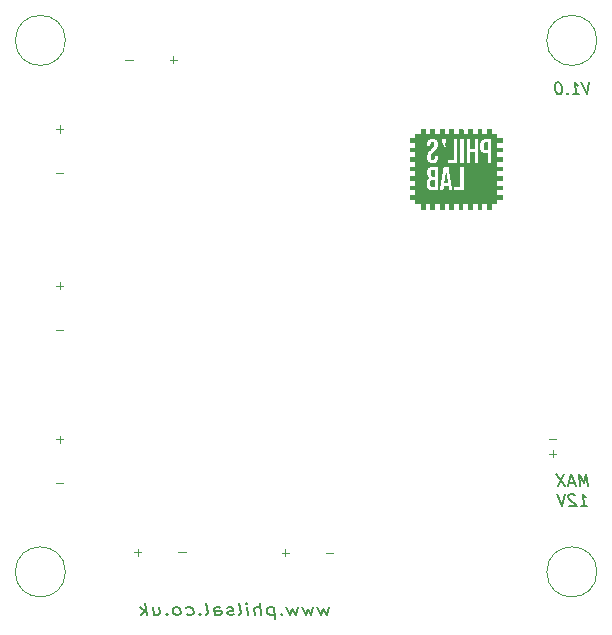
<source format=gbr>
%TF.GenerationSoftware,KiCad,Pcbnew,(5.1.6)-1*%
%TF.CreationDate,2020-10-05T02:21:00+02:00*%
%TF.ProjectId,RBoard,52426f61-7264-42e6-9b69-6361645f7063,rev?*%
%TF.SameCoordinates,Original*%
%TF.FileFunction,Legend,Bot*%
%TF.FilePolarity,Positive*%
%FSLAX46Y46*%
G04 Gerber Fmt 4.6, Leading zero omitted, Abs format (unit mm)*
G04 Created by KiCad (PCBNEW (5.1.6)-1) date 2020-10-05 02:21:00*
%MOMM*%
%LPD*%
G01*
G04 APERTURE LIST*
%ADD10C,0.150000*%
%ADD11C,0.100000*%
%ADD12C,0.120000*%
%ADD13C,0.010000*%
G04 APERTURE END LIST*
D10*
X178973794Y-34302380D02*
X178765461Y-35302380D01*
X178307127Y-34302380D01*
X177574985Y-35302380D02*
X178146413Y-35302380D01*
X177860699Y-35302380D02*
X177735699Y-34302380D01*
X177848794Y-34445238D01*
X177955937Y-34540476D01*
X178057127Y-34588095D01*
X177134508Y-35207142D02*
X177092842Y-35254761D01*
X177146413Y-35302380D01*
X177188080Y-35254761D01*
X177134508Y-35207142D01*
X177146413Y-35302380D01*
X176354747Y-34302380D02*
X176259508Y-34302380D01*
X176170223Y-34350000D01*
X176128556Y-34397619D01*
X176092842Y-34492857D01*
X176069032Y-34683333D01*
X176098794Y-34921428D01*
X176170223Y-35111904D01*
X176229747Y-35207142D01*
X176283318Y-35254761D01*
X176384508Y-35302380D01*
X176479747Y-35302380D01*
X176569032Y-35254761D01*
X176610699Y-35207142D01*
X176646413Y-35111904D01*
X176670223Y-34921428D01*
X176640461Y-34683333D01*
X176569032Y-34492857D01*
X176509508Y-34397619D01*
X176455937Y-34350000D01*
X176354747Y-34302380D01*
X156897604Y-78735714D02*
X156742842Y-79402380D01*
X156445223Y-78926190D01*
X156266651Y-79402380D01*
X155945223Y-78735714D01*
X155588080Y-78735714D02*
X155433318Y-79402380D01*
X155135699Y-78926190D01*
X154957127Y-79402380D01*
X154635699Y-78735714D01*
X154278556Y-78735714D02*
X154123794Y-79402380D01*
X153826175Y-78926190D01*
X153647604Y-79402380D01*
X153326175Y-78735714D01*
X152921413Y-79307142D02*
X152867842Y-79354761D01*
X152933318Y-79402380D01*
X152986889Y-79354761D01*
X152921413Y-79307142D01*
X152933318Y-79402380D01*
X152254747Y-78735714D02*
X152379747Y-79735714D01*
X152260699Y-78783333D02*
X152135699Y-78735714D01*
X151897604Y-78735714D01*
X151784508Y-78783333D01*
X151730937Y-78830952D01*
X151683318Y-78926190D01*
X151719032Y-79211904D01*
X151790461Y-79307142D01*
X151855937Y-79354761D01*
X151980937Y-79402380D01*
X152219032Y-79402380D01*
X152332127Y-79354761D01*
X151207127Y-79402380D02*
X151082127Y-78402380D01*
X150671413Y-79402380D02*
X150605937Y-78878571D01*
X150653556Y-78783333D01*
X150766651Y-78735714D01*
X150945223Y-78735714D01*
X151070223Y-78783333D01*
X151135699Y-78830952D01*
X150076175Y-79402380D02*
X149992842Y-78735714D01*
X149951175Y-78402380D02*
X150016651Y-78450000D01*
X149963080Y-78497619D01*
X149897604Y-78450000D01*
X149951175Y-78402380D01*
X149963080Y-78497619D01*
X149302366Y-79402380D02*
X149415461Y-79354761D01*
X149463080Y-79259523D01*
X149355937Y-78402380D01*
X148879747Y-79354761D02*
X148766651Y-79402380D01*
X148528556Y-79402380D01*
X148403556Y-79354761D01*
X148332127Y-79259523D01*
X148326175Y-79211904D01*
X148373794Y-79116666D01*
X148486889Y-79069047D01*
X148665461Y-79069047D01*
X148778556Y-79021428D01*
X148826175Y-78926190D01*
X148820223Y-78878571D01*
X148748794Y-78783333D01*
X148623794Y-78735714D01*
X148445223Y-78735714D01*
X148332127Y-78783333D01*
X147278556Y-79402380D02*
X147213080Y-78878571D01*
X147260699Y-78783333D01*
X147373794Y-78735714D01*
X147611889Y-78735714D01*
X147736889Y-78783333D01*
X147272604Y-79354761D02*
X147397604Y-79402380D01*
X147695223Y-79402380D01*
X147808318Y-79354761D01*
X147855937Y-79259523D01*
X147844032Y-79164285D01*
X147772604Y-79069047D01*
X147647604Y-79021428D01*
X147349985Y-79021428D01*
X147224985Y-78973809D01*
X146504747Y-79402380D02*
X146617842Y-79354761D01*
X146665461Y-79259523D01*
X146558318Y-78402380D01*
X146016651Y-79307142D02*
X145963080Y-79354761D01*
X146028556Y-79402380D01*
X146082127Y-79354761D01*
X146016651Y-79307142D01*
X146028556Y-79402380D01*
X144891651Y-79354761D02*
X145016651Y-79402380D01*
X145254747Y-79402380D01*
X145367842Y-79354761D01*
X145421413Y-79307142D01*
X145469032Y-79211904D01*
X145433318Y-78926190D01*
X145361889Y-78830952D01*
X145296413Y-78783333D01*
X145171413Y-78735714D01*
X144933318Y-78735714D01*
X144820223Y-78783333D01*
X144183318Y-79402380D02*
X144296413Y-79354761D01*
X144349985Y-79307142D01*
X144397604Y-79211904D01*
X144361889Y-78926190D01*
X144290461Y-78830952D01*
X144224985Y-78783333D01*
X144099985Y-78735714D01*
X143921413Y-78735714D01*
X143808318Y-78783333D01*
X143754747Y-78830952D01*
X143707127Y-78926190D01*
X143742842Y-79211904D01*
X143814270Y-79307142D01*
X143879747Y-79354761D01*
X144004747Y-79402380D01*
X144183318Y-79402380D01*
X143219032Y-79307142D02*
X143165461Y-79354761D01*
X143230937Y-79402380D01*
X143284508Y-79354761D01*
X143219032Y-79307142D01*
X143230937Y-79402380D01*
X142016651Y-78735714D02*
X142099985Y-79402380D01*
X142552366Y-78735714D02*
X142617842Y-79259523D01*
X142570223Y-79354761D01*
X142457127Y-79402380D01*
X142278556Y-79402380D01*
X142153556Y-79354761D01*
X142088080Y-79307142D01*
X141504747Y-79402380D02*
X141379747Y-78402380D01*
X141338080Y-79021428D02*
X141028556Y-79402380D01*
X140945223Y-78735714D02*
X141469032Y-79116666D01*
X178863080Y-68502380D02*
X178738080Y-67502380D01*
X178494032Y-68216666D01*
X178071413Y-67502380D01*
X178196413Y-68502380D01*
X177732127Y-68216666D02*
X177255937Y-68216666D01*
X177863080Y-68502380D02*
X177404747Y-67502380D01*
X177196413Y-68502380D01*
X176833318Y-67502380D02*
X176291651Y-68502380D01*
X176166651Y-67502380D02*
X176958318Y-68502380D01*
X178244032Y-70152380D02*
X178815461Y-70152380D01*
X178529747Y-70152380D02*
X178404747Y-69152380D01*
X178517842Y-69295238D01*
X178624985Y-69390476D01*
X178726175Y-69438095D01*
X177749985Y-69247619D02*
X177696413Y-69200000D01*
X177595223Y-69152380D01*
X177357127Y-69152380D01*
X177267842Y-69200000D01*
X177226175Y-69247619D01*
X177190461Y-69342857D01*
X177202366Y-69438095D01*
X177267842Y-69580952D01*
X177910699Y-70152380D01*
X177291651Y-70152380D01*
X176880937Y-69152380D02*
X176672604Y-70152380D01*
X176214270Y-69152380D01*
D11*
X140304761Y-32382142D02*
X139695238Y-32382142D01*
X144054761Y-32382142D02*
X143445238Y-32382142D01*
X143750000Y-32686904D02*
X143750000Y-32077380D01*
X134429761Y-38257142D02*
X133820238Y-38257142D01*
X134125000Y-38561904D02*
X134125000Y-37952380D01*
X134429761Y-51507142D02*
X133820238Y-51507142D01*
X134125000Y-51811904D02*
X134125000Y-51202380D01*
X157304761Y-74132142D02*
X156695238Y-74132142D01*
X144804761Y-74107142D02*
X144195238Y-74107142D01*
X134429761Y-42007142D02*
X133820238Y-42007142D01*
X134429761Y-55232142D02*
X133820238Y-55232142D01*
X134429761Y-68257142D02*
X133820238Y-68257142D01*
X134429761Y-64507142D02*
X133820238Y-64507142D01*
X134125000Y-64811904D02*
X134125000Y-64202380D01*
X141054761Y-74107142D02*
X140445238Y-74107142D01*
X140750000Y-74411904D02*
X140750000Y-73802380D01*
X153554761Y-74132142D02*
X152945238Y-74132142D01*
X153250000Y-74436904D02*
X153250000Y-73827380D01*
D12*
X179621320Y-75750000D02*
G75*
G03*
X179621320Y-75750000I-2121320J0D01*
G01*
X134621320Y-75750000D02*
G75*
G03*
X134621320Y-75750000I-2121320J0D01*
G01*
X134621320Y-30750000D02*
G75*
G03*
X134621320Y-30750000I-2121320J0D01*
G01*
X179621320Y-30750000D02*
G75*
G03*
X179621320Y-30750000I-2121320J0D01*
G01*
D11*
X176179761Y-64507142D02*
X175570238Y-64507142D01*
X176179761Y-65757142D02*
X175570238Y-65757142D01*
X175875000Y-66061904D02*
X175875000Y-65452380D01*
D13*
%TO.C,G\u002A\u002A\u002A*%
G36*
X170207863Y-39390635D02*
G01*
X170165458Y-39391420D01*
X170133430Y-39394065D01*
X170109529Y-39399080D01*
X170091505Y-39406972D01*
X170077105Y-39418251D01*
X170074685Y-39420722D01*
X170064464Y-39432639D01*
X170056280Y-39445491D01*
X170049932Y-39460752D01*
X170045222Y-39479901D01*
X170041949Y-39504414D01*
X170039915Y-39535766D01*
X170038919Y-39575435D01*
X170038762Y-39624898D01*
X170039218Y-39683183D01*
X170039830Y-39735971D01*
X170040472Y-39777652D01*
X170041269Y-39809815D01*
X170042347Y-39834052D01*
X170043831Y-39851954D01*
X170045846Y-39865113D01*
X170048518Y-39875119D01*
X170051972Y-39883563D01*
X170055548Y-39890577D01*
X170068916Y-39910945D01*
X170085480Y-39925963D01*
X170107298Y-39936442D01*
X170136431Y-39943198D01*
X170174939Y-39947043D01*
X170201513Y-39948233D01*
X170279300Y-39950705D01*
X170279300Y-39390600D01*
X170207863Y-39390635D01*
G37*
X170207863Y-39390635D02*
X170165458Y-39391420D01*
X170133430Y-39394065D01*
X170109529Y-39399080D01*
X170091505Y-39406972D01*
X170077105Y-39418251D01*
X170074685Y-39420722D01*
X170064464Y-39432639D01*
X170056280Y-39445491D01*
X170049932Y-39460752D01*
X170045222Y-39479901D01*
X170041949Y-39504414D01*
X170039915Y-39535766D01*
X170038919Y-39575435D01*
X170038762Y-39624898D01*
X170039218Y-39683183D01*
X170039830Y-39735971D01*
X170040472Y-39777652D01*
X170041269Y-39809815D01*
X170042347Y-39834052D01*
X170043831Y-39851954D01*
X170045846Y-39865113D01*
X170048518Y-39875119D01*
X170051972Y-39883563D01*
X170055548Y-39890577D01*
X170068916Y-39910945D01*
X170085480Y-39925963D01*
X170107298Y-39936442D01*
X170136431Y-39943198D01*
X170174939Y-39947043D01*
X170201513Y-39948233D01*
X170279300Y-39950705D01*
X170279300Y-39390600D01*
X170207863Y-39390635D01*
G36*
X165715238Y-41728378D02*
G01*
X165673521Y-41730032D01*
X165642268Y-41733228D01*
X165619254Y-41738921D01*
X165602257Y-41748061D01*
X165589053Y-41761602D01*
X165577419Y-41780496D01*
X165572908Y-41789356D01*
X165567695Y-41800790D01*
X165563803Y-41812335D01*
X165560995Y-41826125D01*
X165559032Y-41844297D01*
X165557674Y-41868985D01*
X165556683Y-41902325D01*
X165555910Y-41941275D01*
X165555479Y-41995520D01*
X165556526Y-42038933D01*
X165559349Y-42073325D01*
X165564246Y-42100510D01*
X165571515Y-42122298D01*
X165581454Y-42140502D01*
X165590640Y-42152660D01*
X165606408Y-42168299D01*
X165624955Y-42179651D01*
X165648661Y-42187464D01*
X165679907Y-42192484D01*
X165721075Y-42195460D01*
X165727938Y-42195764D01*
X165802550Y-42198865D01*
X165802550Y-41726182D01*
X165715238Y-41728378D01*
G37*
X165715238Y-41728378D02*
X165673521Y-41730032D01*
X165642268Y-41733228D01*
X165619254Y-41738921D01*
X165602257Y-41748061D01*
X165589053Y-41761602D01*
X165577419Y-41780496D01*
X165572908Y-41789356D01*
X165567695Y-41800790D01*
X165563803Y-41812335D01*
X165560995Y-41826125D01*
X165559032Y-41844297D01*
X165557674Y-41868985D01*
X165556683Y-41902325D01*
X165555910Y-41941275D01*
X165555479Y-41995520D01*
X165556526Y-42038933D01*
X165559349Y-42073325D01*
X165564246Y-42100510D01*
X165571515Y-42122298D01*
X165581454Y-42140502D01*
X165590640Y-42152660D01*
X165606408Y-42168299D01*
X165624955Y-42179651D01*
X165648661Y-42187464D01*
X165679907Y-42192484D01*
X165721075Y-42195460D01*
X165727938Y-42195764D01*
X165802550Y-42198865D01*
X165802550Y-41726182D01*
X165715238Y-41728378D01*
G36*
X165715238Y-42547627D02*
G01*
X165679110Y-42548785D01*
X165652852Y-42550342D01*
X165633638Y-42552740D01*
X165618637Y-42556417D01*
X165605021Y-42561813D01*
X165596175Y-42566144D01*
X165576296Y-42578007D01*
X165562029Y-42591926D01*
X165549179Y-42612314D01*
X165545375Y-42619564D01*
X165526325Y-42656763D01*
X165526325Y-42835019D01*
X165526446Y-42893718D01*
X165527027Y-42941187D01*
X165528394Y-42978895D01*
X165530876Y-43008309D01*
X165534799Y-43030899D01*
X165540492Y-43048134D01*
X165548282Y-43061483D01*
X165558495Y-43072414D01*
X165571460Y-43082396D01*
X165583191Y-43090147D01*
X165592244Y-43094868D01*
X165603885Y-43098329D01*
X165620298Y-43100791D01*
X165643670Y-43102517D01*
X165676184Y-43103767D01*
X165702254Y-43104427D01*
X165802550Y-43106680D01*
X165802550Y-42545332D01*
X165715238Y-42547627D01*
G37*
X165715238Y-42547627D02*
X165679110Y-42548785D01*
X165652852Y-42550342D01*
X165633638Y-42552740D01*
X165618637Y-42556417D01*
X165605021Y-42561813D01*
X165596175Y-42566144D01*
X165576296Y-42578007D01*
X165562029Y-42591926D01*
X165549179Y-42612314D01*
X165545375Y-42619564D01*
X165526325Y-42656763D01*
X165526325Y-42835019D01*
X165526446Y-42893718D01*
X165527027Y-42941187D01*
X165528394Y-42978895D01*
X165530876Y-43008309D01*
X165534799Y-43030899D01*
X165540492Y-43048134D01*
X165548282Y-43061483D01*
X165558495Y-43072414D01*
X165571460Y-43082396D01*
X165583191Y-43090147D01*
X165592244Y-43094868D01*
X165603885Y-43098329D01*
X165620298Y-43100791D01*
X165643670Y-43102517D01*
X165676184Y-43103767D01*
X165702254Y-43104427D01*
X165802550Y-43106680D01*
X165802550Y-42545332D01*
X165715238Y-42547627D01*
G36*
X166817334Y-41993813D02*
G01*
X166814410Y-42011099D01*
X166810073Y-42038266D01*
X166804521Y-42073968D01*
X166797954Y-42116861D01*
X166790570Y-42165600D01*
X166782568Y-42218839D01*
X166774147Y-42275234D01*
X166765505Y-42333440D01*
X166756842Y-42392113D01*
X166748357Y-42449906D01*
X166740247Y-42505475D01*
X166732713Y-42557476D01*
X166725953Y-42604564D01*
X166720165Y-42645392D01*
X166715549Y-42678618D01*
X166712304Y-42702895D01*
X166710628Y-42716879D01*
X166710440Y-42719587D01*
X166716496Y-42721175D01*
X166733150Y-42722538D01*
X166758302Y-42723582D01*
X166789851Y-42724209D01*
X166815001Y-42724350D01*
X166850042Y-42724074D01*
X166880396Y-42723313D01*
X166903894Y-42722162D01*
X166918372Y-42720718D01*
X166921978Y-42719587D01*
X166922298Y-42711521D01*
X166920926Y-42694118D01*
X166918144Y-42670589D01*
X166916797Y-42660850D01*
X166914346Y-42643668D01*
X166910339Y-42615406D01*
X166904985Y-42577557D01*
X166898496Y-42531617D01*
X166891083Y-42479082D01*
X166882957Y-42421446D01*
X166874330Y-42360204D01*
X166865476Y-42297312D01*
X166856819Y-42236246D01*
X166848603Y-42179176D01*
X166841011Y-42127302D01*
X166834225Y-42081825D01*
X166828426Y-42043946D01*
X166823795Y-42014864D01*
X166820514Y-41995780D01*
X166818765Y-41987894D01*
X166818645Y-41987751D01*
X166817334Y-41993813D01*
G37*
X166817334Y-41993813D02*
X166814410Y-42011099D01*
X166810073Y-42038266D01*
X166804521Y-42073968D01*
X166797954Y-42116861D01*
X166790570Y-42165600D01*
X166782568Y-42218839D01*
X166774147Y-42275234D01*
X166765505Y-42333440D01*
X166756842Y-42392113D01*
X166748357Y-42449906D01*
X166740247Y-42505475D01*
X166732713Y-42557476D01*
X166725953Y-42604564D01*
X166720165Y-42645392D01*
X166715549Y-42678618D01*
X166712304Y-42702895D01*
X166710628Y-42716879D01*
X166710440Y-42719587D01*
X166716496Y-42721175D01*
X166733150Y-42722538D01*
X166758302Y-42723582D01*
X166789851Y-42724209D01*
X166815001Y-42724350D01*
X166850042Y-42724074D01*
X166880396Y-42723313D01*
X166903894Y-42722162D01*
X166918372Y-42720718D01*
X166921978Y-42719587D01*
X166922298Y-42711521D01*
X166920926Y-42694118D01*
X166918144Y-42670589D01*
X166916797Y-42660850D01*
X166914346Y-42643668D01*
X166910339Y-42615406D01*
X166904985Y-42577557D01*
X166898496Y-42531617D01*
X166891083Y-42479082D01*
X166882957Y-42421446D01*
X166874330Y-42360204D01*
X166865476Y-42297312D01*
X166856819Y-42236246D01*
X166848603Y-42179176D01*
X166841011Y-42127302D01*
X166834225Y-42081825D01*
X166828426Y-42043946D01*
X166823795Y-42014864D01*
X166820514Y-41995780D01*
X166818765Y-41987894D01*
X166818645Y-41987751D01*
X166817334Y-41993813D01*
G36*
X165523150Y-38209500D02*
G01*
X165523150Y-38673050D01*
X165040550Y-38673050D01*
X165040550Y-38209500D01*
X164723209Y-38209500D01*
X164721542Y-38439687D01*
X164719875Y-38669875D01*
X164470638Y-38671536D01*
X164221400Y-38673197D01*
X164221400Y-39035000D01*
X163808650Y-39035000D01*
X163808650Y-39339800D01*
X164221400Y-39339800D01*
X164221400Y-39841450D01*
X163808421Y-39841450D01*
X163810123Y-39992262D01*
X163811825Y-40143075D01*
X164016613Y-40144750D01*
X164221400Y-40146425D01*
X164221400Y-40641550D01*
X163808650Y-40641550D01*
X163808650Y-40946350D01*
X164221400Y-40946350D01*
X164221400Y-41447824D01*
X164016613Y-41449499D01*
X163811825Y-41451175D01*
X163810123Y-41601987D01*
X163808421Y-41752800D01*
X164221400Y-41752800D01*
X164221400Y-42254450D01*
X163808421Y-42254450D01*
X163810123Y-42405262D01*
X163811825Y-42556075D01*
X164002325Y-42557393D01*
X164050897Y-42557735D01*
X164095857Y-42558061D01*
X164135492Y-42558360D01*
X164168093Y-42558617D01*
X164191949Y-42558820D01*
X164205347Y-42558955D01*
X164207113Y-42558980D01*
X164221400Y-42559250D01*
X164221400Y-43060900D01*
X163808421Y-43060900D01*
X163810123Y-43211712D01*
X163811825Y-43362525D01*
X164002325Y-43363978D01*
X164050897Y-43364350D01*
X164095856Y-43364695D01*
X164135492Y-43365001D01*
X164168093Y-43365255D01*
X164191949Y-43365442D01*
X164205347Y-43365550D01*
X164207113Y-43365566D01*
X164221400Y-43365700D01*
X164221400Y-43861000D01*
X163808650Y-43861000D01*
X163808650Y-44165800D01*
X164221400Y-44165800D01*
X164221400Y-44534100D01*
X164723050Y-44534100D01*
X164723050Y-44997871D01*
X164880213Y-44996173D01*
X165037375Y-44994475D01*
X165039042Y-44764287D01*
X165040709Y-44534100D01*
X165523150Y-44534100D01*
X165523150Y-44755830D01*
X165523258Y-44807997D01*
X165523563Y-44856368D01*
X165524040Y-44899415D01*
X165524664Y-44935612D01*
X165525409Y-44963432D01*
X165526251Y-44981347D01*
X165527005Y-44987605D01*
X165529581Y-44990834D01*
X165535513Y-44993300D01*
X165546306Y-44995102D01*
X165563463Y-44996338D01*
X165588486Y-44997108D01*
X165622880Y-44997511D01*
X165668147Y-44997646D01*
X165679405Y-44997650D01*
X165827950Y-44997650D01*
X165827950Y-44534100D01*
X166329600Y-44534100D01*
X166329600Y-44997650D01*
X166634400Y-44997650D01*
X166634400Y-44534100D01*
X167136050Y-44534100D01*
X167136050Y-44997650D01*
X167434500Y-44997650D01*
X167435938Y-44808737D01*
X167436298Y-44758577D01*
X167436604Y-44710421D01*
X167436847Y-44666336D01*
X167437015Y-44628387D01*
X167437098Y-44598643D01*
X167437087Y-44579168D01*
X167437075Y-44576962D01*
X167436775Y-44534100D01*
X167936150Y-44534100D01*
X167936150Y-44997650D01*
X168240950Y-44997650D01*
X168240950Y-44534100D01*
X168742600Y-44534100D01*
X168742600Y-44997650D01*
X169047400Y-44997650D01*
X169047400Y-44534100D01*
X169549050Y-44534100D01*
X169549050Y-44997650D01*
X169847500Y-44997650D01*
X169848468Y-44776987D01*
X169848712Y-44724975D01*
X169848970Y-44676785D01*
X169849230Y-44633944D01*
X169849483Y-44597978D01*
X169849718Y-44570413D01*
X169849923Y-44552775D01*
X169850062Y-44546800D01*
X169851548Y-44544375D01*
X169856399Y-44542366D01*
X169865731Y-44540723D01*
X169880661Y-44539396D01*
X169902305Y-44538337D01*
X169931778Y-44537495D01*
X169970196Y-44536822D01*
X170018675Y-44536267D01*
X170078331Y-44535783D01*
X170103095Y-44535614D01*
X170355500Y-44533954D01*
X170355500Y-44997650D01*
X170504925Y-44997650D01*
X170554269Y-44997510D01*
X170592237Y-44997041D01*
X170620146Y-44996172D01*
X170639318Y-44994828D01*
X170651073Y-44992936D01*
X170656729Y-44990424D01*
X170657592Y-44989200D01*
X170658296Y-44981070D01*
X170658844Y-44961747D01*
X170659226Y-44932738D01*
X170659433Y-44895550D01*
X170659456Y-44851688D01*
X170659287Y-44802661D01*
X170658980Y-44757421D01*
X170657125Y-44534092D01*
X170887216Y-44534096D01*
X171117306Y-44534100D01*
X171117393Y-44524575D01*
X169555400Y-44524575D01*
X169552225Y-44527750D01*
X169549050Y-44524575D01*
X169552225Y-44521400D01*
X169555400Y-44524575D01*
X171117393Y-44524575D01*
X171118991Y-44351537D01*
X171120675Y-44168975D01*
X171350863Y-44167308D01*
X171581050Y-44165641D01*
X171581050Y-43861000D01*
X171117500Y-43861000D01*
X171117500Y-43454600D01*
X167385077Y-43454600D01*
X167028676Y-43454600D01*
X167025073Y-43433962D01*
X167022801Y-43420037D01*
X167019145Y-43396615D01*
X167014579Y-43366765D01*
X167009576Y-43333555D01*
X167008687Y-43327600D01*
X167002410Y-43285581D01*
X166995306Y-43238136D01*
X166988334Y-43191675D01*
X166983468Y-43159325D01*
X166978818Y-43127895D01*
X166974953Y-43100706D01*
X166972233Y-43080381D01*
X166971022Y-43069543D01*
X166970992Y-43068837D01*
X166968136Y-43066245D01*
X166958820Y-43064241D01*
X166941872Y-43062766D01*
X166916125Y-43061759D01*
X166880407Y-43061162D01*
X166833549Y-43060915D01*
X166815375Y-43060900D01*
X166659800Y-43060900D01*
X166659800Y-43081579D01*
X166657899Y-43103414D01*
X166653931Y-43122724D01*
X166650408Y-43139518D01*
X166646864Y-43163687D01*
X166644128Y-43189357D01*
X166641867Y-43211227D01*
X166638308Y-43240181D01*
X166633797Y-43273902D01*
X166628682Y-43310072D01*
X166623308Y-43346373D01*
X166618024Y-43380487D01*
X166613174Y-43410097D01*
X166609108Y-43432886D01*
X166606170Y-43446534D01*
X166605248Y-43449183D01*
X166598525Y-43450344D01*
X166581120Y-43451399D01*
X166554933Y-43452334D01*
X166521868Y-43453136D01*
X166483825Y-43453792D01*
X166442707Y-43454288D01*
X166400416Y-43454612D01*
X166358854Y-43454749D01*
X166319922Y-43454686D01*
X166285523Y-43454410D01*
X166257557Y-43453908D01*
X166237928Y-43453166D01*
X166228537Y-43452172D01*
X166228000Y-43451830D01*
X166228993Y-43445129D01*
X166231810Y-43427376D01*
X166236212Y-43400054D01*
X166241958Y-43364642D01*
X166248809Y-43322621D01*
X166256525Y-43275471D01*
X166262232Y-43240693D01*
X166271458Y-43184284D01*
X166280893Y-43126148D01*
X166290105Y-43068978D01*
X166298661Y-43015470D01*
X166306131Y-42968317D01*
X166312081Y-42930213D01*
X166313467Y-42921200D01*
X166317167Y-42897568D01*
X166322761Y-42862593D01*
X166330057Y-42817460D01*
X166338860Y-42763352D01*
X166348975Y-42701454D01*
X166360209Y-42632950D01*
X166372368Y-42559024D01*
X166385257Y-42480860D01*
X166396616Y-42412141D01*
X166183550Y-42412141D01*
X166183522Y-42525775D01*
X166183438Y-42635971D01*
X166183302Y-42742060D01*
X166183117Y-42843372D01*
X166182885Y-42939235D01*
X166182611Y-43028980D01*
X166182297Y-43111937D01*
X166181946Y-43187435D01*
X166181561Y-43254803D01*
X166181145Y-43313372D01*
X166180702Y-43362471D01*
X166180234Y-43401430D01*
X166179744Y-43429578D01*
X166179236Y-43446246D01*
X166178808Y-43450875D01*
X166171701Y-43451760D01*
X166153135Y-43452481D01*
X166124347Y-43453031D01*
X166086578Y-43453402D01*
X166041066Y-43453585D01*
X165989051Y-43453574D01*
X165931771Y-43453360D01*
X165870466Y-43452936D01*
X165862895Y-43452871D01*
X165788420Y-43452148D01*
X165725517Y-43451379D01*
X165673060Y-43450520D01*
X165629923Y-43449533D01*
X165594978Y-43448376D01*
X165567098Y-43447009D01*
X165545157Y-43445391D01*
X165528028Y-43443482D01*
X165514583Y-43441240D01*
X165509476Y-43440121D01*
X165434342Y-43418324D01*
X165369756Y-43390649D01*
X165314629Y-43356303D01*
X165267872Y-43314497D01*
X165228396Y-43264439D01*
X165199994Y-43215292D01*
X165183253Y-43178745D01*
X165169776Y-43141316D01*
X165159324Y-43101295D01*
X165151656Y-43056973D01*
X165146531Y-43006638D01*
X165143710Y-42948583D01*
X165142953Y-42881096D01*
X165143754Y-42814928D01*
X165144858Y-42764639D01*
X165146043Y-42724888D01*
X165147503Y-42693512D01*
X165149430Y-42668348D01*
X165152015Y-42647235D01*
X165155453Y-42628010D01*
X165159934Y-42608511D01*
X165163283Y-42595478D01*
X165186498Y-42526564D01*
X165217387Y-42466175D01*
X165255408Y-42415145D01*
X165300019Y-42374308D01*
X165312486Y-42365558D01*
X165338348Y-42348443D01*
X165295598Y-42306209D01*
X165259856Y-42265486D01*
X165230886Y-42220043D01*
X165208303Y-42168625D01*
X165191724Y-42109977D01*
X165180766Y-42042843D01*
X165175044Y-41965969D01*
X165173949Y-41908208D01*
X165175979Y-41830306D01*
X165182458Y-41762154D01*
X165193807Y-41701457D01*
X165210449Y-41645921D01*
X165231328Y-41596303D01*
X165262635Y-41542421D01*
X165301135Y-41497197D01*
X165348096Y-41459542D01*
X165404787Y-41428365D01*
X165446229Y-41411501D01*
X165467871Y-41404150D01*
X165489815Y-41397943D01*
X165513316Y-41392787D01*
X165539633Y-41388588D01*
X165570022Y-41385254D01*
X165605740Y-41382690D01*
X165648046Y-41380806D01*
X165698196Y-41379506D01*
X165757447Y-41378699D01*
X165827057Y-41378290D01*
X165896213Y-41378187D01*
X166183550Y-41378150D01*
X166183550Y-42412141D01*
X166396616Y-42412141D01*
X166398683Y-42399642D01*
X166412452Y-42316556D01*
X166418546Y-42279850D01*
X166431991Y-42198836D01*
X166444886Y-42121001D01*
X166457070Y-42047314D01*
X166468385Y-41978746D01*
X166478671Y-41916267D01*
X166487769Y-41860849D01*
X166495519Y-41813461D01*
X166501761Y-41775075D01*
X166506338Y-41746660D01*
X166509088Y-41729188D01*
X166509812Y-41724225D01*
X166513056Y-41700286D01*
X166517816Y-41667601D01*
X166523697Y-41628668D01*
X166530301Y-41585988D01*
X166537234Y-41542058D01*
X166544097Y-41499380D01*
X166550496Y-41460451D01*
X166556033Y-41427772D01*
X166560313Y-41403842D01*
X166561925Y-41395612D01*
X166565560Y-41378150D01*
X167045774Y-41378150D01*
X167049017Y-41392437D01*
X167051209Y-41404285D01*
X167054686Y-41425550D01*
X167058946Y-41453076D01*
X167062910Y-41479750D01*
X167065457Y-41496452D01*
X167069897Y-41524703D01*
X167076072Y-41563515D01*
X167083824Y-41611906D01*
X167092992Y-41668888D01*
X167103418Y-41733477D01*
X167114943Y-41804688D01*
X167127407Y-41881535D01*
X167140651Y-41963033D01*
X167154517Y-42048197D01*
X167168846Y-42136043D01*
X167174183Y-42168725D01*
X167189806Y-42264404D01*
X167205855Y-42362765D01*
X167222077Y-42462260D01*
X167238221Y-42561342D01*
X167254035Y-42658463D01*
X167269267Y-42752077D01*
X167283665Y-42840635D01*
X167296977Y-42922590D01*
X167308952Y-42996394D01*
X167319338Y-43060500D01*
X167326589Y-43105350D01*
X167336728Y-43168009D01*
X167346340Y-43227175D01*
X167355219Y-43281601D01*
X167363163Y-43330045D01*
X167369965Y-43371260D01*
X167375420Y-43404004D01*
X167379325Y-43427032D01*
X167381474Y-43439099D01*
X167381725Y-43440312D01*
X167385077Y-43454600D01*
X171117500Y-43454600D01*
X171117500Y-43426025D01*
X168332861Y-43426025D01*
X168332634Y-43441173D01*
X168331269Y-43449880D01*
X168324713Y-43450655D01*
X168306478Y-43451346D01*
X168277587Y-43451946D01*
X168239060Y-43452447D01*
X168191920Y-43452842D01*
X168137187Y-43453124D01*
X168075883Y-43453285D01*
X168009030Y-43453319D01*
X167937649Y-43453218D01*
X167883362Y-43453055D01*
X167437675Y-43451425D01*
X167437512Y-43278456D01*
X167437349Y-43105488D01*
X167697862Y-43103831D01*
X167958375Y-43102175D01*
X167959986Y-42240162D01*
X167961596Y-41378150D01*
X168329850Y-41378150D01*
X168331041Y-42392562D01*
X168331177Y-42505364D01*
X168331317Y-42614881D01*
X168331459Y-42720425D01*
X168331601Y-42821306D01*
X168331744Y-42916834D01*
X168331885Y-43006319D01*
X168332023Y-43089073D01*
X168332157Y-43164405D01*
X168332286Y-43231626D01*
X168332409Y-43290046D01*
X168332524Y-43338976D01*
X168332630Y-43377727D01*
X168332727Y-43405608D01*
X168332812Y-43421930D01*
X168332861Y-43426025D01*
X171117500Y-43426025D01*
X171117500Y-43365700D01*
X171341338Y-43364947D01*
X171393644Y-43364800D01*
X171442058Y-43364720D01*
X171485081Y-43364705D01*
X171521213Y-43364753D01*
X171548952Y-43364863D01*
X171566799Y-43365031D01*
X171573113Y-43365225D01*
X171575719Y-43362793D01*
X171577728Y-43353949D01*
X171579203Y-43337511D01*
X171580205Y-43312296D01*
X171580795Y-43277123D01*
X171581037Y-43230808D01*
X171581050Y-43213657D01*
X171581050Y-43061058D01*
X171350863Y-43059391D01*
X171120675Y-43057725D01*
X171120675Y-42559107D01*
X171350863Y-42558777D01*
X171581050Y-42558446D01*
X171581050Y-42254608D01*
X171350863Y-42252941D01*
X171120675Y-42251275D01*
X171120675Y-41755975D01*
X171350863Y-41754308D01*
X171581050Y-41752641D01*
X171581050Y-41448000D01*
X171117353Y-41448000D01*
X171119014Y-41198762D01*
X171119552Y-41117988D01*
X170660300Y-41117988D01*
X170471388Y-41116306D01*
X170282475Y-41114625D01*
X170280841Y-40706637D01*
X170279207Y-40298650D01*
X170207650Y-40298650D01*
X170119963Y-40295677D01*
X170042441Y-40286519D01*
X169973962Y-40270815D01*
X169913405Y-40248202D01*
X169859649Y-40218320D01*
X169811571Y-40180807D01*
X169796101Y-40166031D01*
X169761950Y-40127831D01*
X169733306Y-40086637D01*
X169709820Y-40041191D01*
X169691148Y-39990238D01*
X169676941Y-39932520D01*
X169666852Y-39866782D01*
X169660535Y-39791766D01*
X169657642Y-39706217D01*
X169657365Y-39663650D01*
X169658332Y-39613439D01*
X169551087Y-39613439D01*
X169551042Y-39716833D01*
X169550941Y-39831399D01*
X169550785Y-39957662D01*
X169550600Y-40082820D01*
X169548975Y-41117800D01*
X169174400Y-41117800D01*
X169174400Y-40209750D01*
X168895000Y-40209750D01*
X168895000Y-41117800D01*
X168520350Y-41117800D01*
X168342550Y-41117800D01*
X168155225Y-41117800D01*
X167790100Y-41117800D01*
X166894750Y-41117800D01*
X166894750Y-41095575D01*
X165935900Y-41095575D01*
X165932725Y-41098750D01*
X165929550Y-41095575D01*
X165932725Y-41092400D01*
X165935900Y-41095575D01*
X166894750Y-41095575D01*
X166894750Y-40768692D01*
X167153513Y-40767033D01*
X167412275Y-40765375D01*
X167412791Y-40463750D01*
X166164500Y-40463750D01*
X166164500Y-40552400D01*
X166162400Y-40639402D01*
X166155823Y-40715974D01*
X166144360Y-40783716D01*
X166127599Y-40844230D01*
X166105128Y-40899118D01*
X166076536Y-40949981D01*
X166054146Y-40982080D01*
X166011628Y-41028459D01*
X165959348Y-41068289D01*
X165898922Y-41100666D01*
X165831963Y-41124684D01*
X165778225Y-41136702D01*
X165741832Y-41140743D01*
X165697235Y-41142514D01*
X165648706Y-41142117D01*
X165600518Y-41139650D01*
X165556944Y-41135214D01*
X165531077Y-41130910D01*
X165455279Y-41109664D01*
X165387960Y-41078967D01*
X165329132Y-41038827D01*
X165278803Y-40989254D01*
X165236982Y-40930258D01*
X165203679Y-40861849D01*
X165178903Y-40784036D01*
X165172513Y-40755879D01*
X165167826Y-40730995D01*
X165164621Y-40707581D01*
X165162740Y-40682670D01*
X165162024Y-40653296D01*
X165162312Y-40616494D01*
X165163119Y-40581225D01*
X165165204Y-40525679D01*
X165168538Y-40479750D01*
X165173635Y-40440378D01*
X165181012Y-40404500D01*
X165191185Y-40369056D01*
X165204669Y-40330982D01*
X165205787Y-40328045D01*
X165234801Y-40263348D01*
X165272364Y-40199566D01*
X165319347Y-40135521D01*
X165376618Y-40070035D01*
X165445050Y-40001930D01*
X165450391Y-39996931D01*
X165514493Y-39936695D01*
X165569587Y-39883704D01*
X165616358Y-39836997D01*
X165655489Y-39795613D01*
X165687665Y-39758590D01*
X165713569Y-39724968D01*
X165733886Y-39693784D01*
X165749301Y-39664077D01*
X165760496Y-39634886D01*
X165768157Y-39605249D01*
X165772966Y-39574206D01*
X165775610Y-39540793D01*
X165775659Y-39539825D01*
X165774924Y-39486730D01*
X165766757Y-39443485D01*
X165750935Y-39409479D01*
X165727234Y-39384104D01*
X165715471Y-39376219D01*
X165687120Y-39365558D01*
X165654321Y-39362305D01*
X165620723Y-39365916D01*
X165589976Y-39375846D01*
X165565729Y-39391550D01*
X165558405Y-39399678D01*
X165547507Y-39416241D01*
X165539356Y-39433926D01*
X165533480Y-39455030D01*
X165529407Y-39481852D01*
X165526666Y-39516688D01*
X165524785Y-39561836D01*
X165524725Y-39563735D01*
X165521628Y-39663845D01*
X165343002Y-39662160D01*
X165164375Y-39660475D01*
X165166276Y-39552525D01*
X165170278Y-39467769D01*
X165179440Y-39393339D01*
X165194279Y-39327744D01*
X165215309Y-39269489D01*
X165243045Y-39217083D01*
X165278001Y-39169032D01*
X165310802Y-39133425D01*
X165357296Y-39093714D01*
X165408560Y-39062630D01*
X165465898Y-39039730D01*
X165530614Y-39024574D01*
X165604013Y-39016719D01*
X165659675Y-39015323D01*
X165746271Y-39020260D01*
X165824503Y-39034578D01*
X165894298Y-39058245D01*
X165955582Y-39091229D01*
X166008280Y-39133500D01*
X166049767Y-39181459D01*
X166060932Y-39194853D01*
X166069515Y-39201556D01*
X166072110Y-39201473D01*
X166075175Y-39201311D01*
X166074820Y-39203275D01*
X166076599Y-39211547D01*
X166082940Y-39228071D01*
X166092625Y-39249789D01*
X166096586Y-39258063D01*
X166114382Y-39296866D01*
X166127505Y-39331870D01*
X166137446Y-39367949D01*
X166145694Y-39409979D01*
X166148722Y-39428700D01*
X166157028Y-39511600D01*
X166155532Y-39593514D01*
X166148742Y-39652547D01*
X166133717Y-39725743D01*
X166110823Y-39795874D01*
X166079375Y-39864052D01*
X166038684Y-39931391D01*
X165988064Y-39999004D01*
X165926827Y-40068003D01*
X165854288Y-40139502D01*
X165839973Y-40152726D01*
X165778957Y-40209533D01*
X165725677Y-40261099D01*
X165680635Y-40306902D01*
X165644331Y-40346422D01*
X165617267Y-40379138D01*
X165603849Y-40398086D01*
X165570580Y-40461038D01*
X165548376Y-40527585D01*
X165537752Y-40595729D01*
X165538155Y-40652761D01*
X165545490Y-40699189D01*
X165559100Y-40735573D01*
X165579549Y-40763213D01*
X165590164Y-40772413D01*
X165602983Y-40781413D01*
X165614945Y-40786873D01*
X165629808Y-40789668D01*
X165651331Y-40790670D01*
X165669200Y-40790775D01*
X165696586Y-40790434D01*
X165715036Y-40788829D01*
X165728307Y-40785088D01*
X165740158Y-40778337D01*
X165748237Y-40772413D01*
X165764458Y-40758554D01*
X165776943Y-40743578D01*
X165786204Y-40725607D01*
X165792756Y-40702761D01*
X165797110Y-40673158D01*
X165799781Y-40634919D01*
X165801283Y-40586165D01*
X165801443Y-40577559D01*
X165802208Y-40536227D01*
X165802995Y-40505916D01*
X165804031Y-40484947D01*
X165805546Y-40471642D01*
X165807769Y-40464325D01*
X165810928Y-40461315D01*
X165815252Y-40460937D01*
X165817318Y-40461142D01*
X165827223Y-40461579D01*
X165847980Y-40462009D01*
X165877743Y-40462411D01*
X165914662Y-40462763D01*
X165956892Y-40463045D01*
X165997813Y-40463220D01*
X166164500Y-40463750D01*
X167412791Y-40463750D01*
X167414019Y-39746328D01*
X166837600Y-39746328D01*
X166831459Y-39748716D01*
X166813854Y-39750589D01*
X166786015Y-39751876D01*
X166749171Y-39752501D01*
X166733916Y-39752550D01*
X166630231Y-39752550D01*
X166593390Y-39674762D01*
X166569921Y-39625169D01*
X166551382Y-39585890D01*
X166537241Y-39555777D01*
X166526966Y-39533678D01*
X166520024Y-39518444D01*
X166515882Y-39508924D01*
X166514008Y-39503968D01*
X166513750Y-39502732D01*
X166511183Y-39496123D01*
X166504165Y-39480317D01*
X166493723Y-39457576D01*
X166480884Y-39430161D01*
X166478825Y-39425807D01*
X166443900Y-39352042D01*
X166443900Y-39190575D01*
X166088300Y-39190575D01*
X166085125Y-39193750D01*
X166081950Y-39190575D01*
X166085125Y-39187400D01*
X166088300Y-39190575D01*
X166443900Y-39190575D01*
X166443900Y-39041155D01*
X166626463Y-39042840D01*
X166809025Y-39044525D01*
X166809025Y-39406475D01*
X166762919Y-39406475D01*
X166738974Y-39406877D01*
X166725492Y-39408419D01*
X166720252Y-39411599D01*
X166720634Y-39416000D01*
X166723803Y-39424563D01*
X166730549Y-39443233D01*
X166740202Y-39470148D01*
X166752096Y-39503444D01*
X166765563Y-39541257D01*
X166771825Y-39558875D01*
X166786181Y-39599201D01*
X166799647Y-39636865D01*
X166811458Y-39669740D01*
X166820849Y-39695696D01*
X166827053Y-39712604D01*
X166828397Y-39716166D01*
X166834263Y-39732862D01*
X166837424Y-39744655D01*
X166837600Y-39746328D01*
X167414019Y-39746328D01*
X167415221Y-39044525D01*
X167602661Y-39042843D01*
X167790100Y-39041161D01*
X167790100Y-41117800D01*
X168155225Y-41117800D01*
X168101444Y-41117755D01*
X168059025Y-41117571D01*
X168026632Y-41117165D01*
X168002926Y-41116461D01*
X167986571Y-41115377D01*
X167976230Y-41113835D01*
X167970564Y-41111756D01*
X167968238Y-41109060D01*
X167967879Y-41106687D01*
X167967877Y-41099207D01*
X167967873Y-41079705D01*
X167967869Y-41048861D01*
X167967864Y-41007353D01*
X167967858Y-40955860D01*
X167967852Y-40895059D01*
X167967845Y-40825631D01*
X167967838Y-40748254D01*
X167967831Y-40663606D01*
X167967823Y-40572366D01*
X167967815Y-40475212D01*
X167967807Y-40372824D01*
X167967799Y-40265880D01*
X167967791Y-40155059D01*
X167967785Y-40070050D01*
X167967711Y-39044525D01*
X168155131Y-39042843D01*
X168342550Y-39041161D01*
X168342550Y-41117800D01*
X168520350Y-41117800D01*
X168520350Y-39041350D01*
X168895000Y-39041350D01*
X168895000Y-39860500D01*
X169174400Y-39860500D01*
X169174400Y-39041350D01*
X169354856Y-39041350D01*
X169401772Y-39041460D01*
X169444742Y-39041772D01*
X169482069Y-39042257D01*
X169512058Y-39042885D01*
X169533013Y-39043627D01*
X169543238Y-39044455D01*
X169543769Y-39044595D01*
X169544888Y-39046776D01*
X169545902Y-39052770D01*
X169546813Y-39063103D01*
X169547626Y-39078301D01*
X169548344Y-39098888D01*
X169548970Y-39125390D01*
X169549507Y-39158333D01*
X169549960Y-39198243D01*
X169550331Y-39245646D01*
X169550624Y-39301066D01*
X169550843Y-39365030D01*
X169550991Y-39438063D01*
X169551071Y-39520691D01*
X169551087Y-39613439D01*
X169658332Y-39613439D01*
X169659106Y-39573280D01*
X169664424Y-39493922D01*
X169673644Y-39424312D01*
X169687093Y-39363185D01*
X169705096Y-39309277D01*
X169727980Y-39261321D01*
X169756071Y-39218055D01*
X169779740Y-39189055D01*
X169816477Y-39152475D01*
X169777650Y-39152475D01*
X169774475Y-39155650D01*
X169771300Y-39152475D01*
X169774475Y-39149300D01*
X169777650Y-39152475D01*
X169816477Y-39152475D01*
X169821601Y-39147373D01*
X169866567Y-39113934D01*
X169917444Y-39087064D01*
X169977038Y-39065092D01*
X169998113Y-39058905D01*
X170010033Y-39055725D01*
X170021832Y-39053061D01*
X170034747Y-39050856D01*
X170050015Y-39049055D01*
X170068871Y-39047601D01*
X170092554Y-39046439D01*
X170122300Y-39045514D01*
X170159346Y-39044768D01*
X170204930Y-39044148D01*
X170260286Y-39043596D01*
X170326654Y-39043057D01*
X170353913Y-39042852D01*
X170660300Y-39040576D01*
X170660300Y-41117988D01*
X171119552Y-41117988D01*
X171120675Y-40949525D01*
X171350863Y-40947858D01*
X171581050Y-40946191D01*
X171581050Y-40641550D01*
X171117500Y-40641550D01*
X171117500Y-40146250D01*
X171581050Y-40146250D01*
X171581050Y-39841450D01*
X171349202Y-39841450D01*
X171117353Y-39841449D01*
X171120675Y-39342975D01*
X171350863Y-39341308D01*
X171581050Y-39339641D01*
X171581050Y-39035000D01*
X171117500Y-39035000D01*
X171117500Y-38673050D01*
X170660300Y-38673050D01*
X170660300Y-38209500D01*
X170355659Y-38209500D01*
X170353992Y-38439687D01*
X170352325Y-38669875D01*
X169850675Y-38669875D01*
X169849009Y-38439687D01*
X169847342Y-38209500D01*
X169549209Y-38209500D01*
X169547542Y-38439687D01*
X169545875Y-38669875D01*
X169296638Y-38671536D01*
X169047400Y-38673197D01*
X169047400Y-38209500D01*
X168742600Y-38209500D01*
X168742600Y-38673197D01*
X168493363Y-38671536D01*
X168244125Y-38669875D01*
X168242459Y-38439687D01*
X168240792Y-38209500D01*
X167936150Y-38209500D01*
X167936150Y-38673050D01*
X167689180Y-38673050D01*
X167626117Y-38673004D01*
X167574589Y-38672838D01*
X167533434Y-38672504D01*
X167501487Y-38671956D01*
X167477584Y-38671146D01*
X167460561Y-38670029D01*
X167449255Y-38668558D01*
X167442502Y-38666686D01*
X167439137Y-38664366D01*
X167438355Y-38663005D01*
X167437453Y-38654484D01*
X167436626Y-38634789D01*
X167435899Y-38605448D01*
X167435298Y-38567988D01*
X167434848Y-38523935D01*
X167434575Y-38474817D01*
X167434500Y-38431230D01*
X167434500Y-38209500D01*
X167136050Y-38209500D01*
X167136050Y-38673050D01*
X166634400Y-38673050D01*
X166634400Y-38209500D01*
X166329600Y-38209500D01*
X166329601Y-38441348D01*
X166329601Y-38673197D01*
X165831125Y-38669875D01*
X165829459Y-38439687D01*
X165827792Y-38209499D01*
X165675471Y-38209499D01*
X165523150Y-38209500D01*
G37*
X165523150Y-38209500D02*
X165523150Y-38673050D01*
X165040550Y-38673050D01*
X165040550Y-38209500D01*
X164723209Y-38209500D01*
X164721542Y-38439687D01*
X164719875Y-38669875D01*
X164470638Y-38671536D01*
X164221400Y-38673197D01*
X164221400Y-39035000D01*
X163808650Y-39035000D01*
X163808650Y-39339800D01*
X164221400Y-39339800D01*
X164221400Y-39841450D01*
X163808421Y-39841450D01*
X163810123Y-39992262D01*
X163811825Y-40143075D01*
X164016613Y-40144750D01*
X164221400Y-40146425D01*
X164221400Y-40641550D01*
X163808650Y-40641550D01*
X163808650Y-40946350D01*
X164221400Y-40946350D01*
X164221400Y-41447824D01*
X164016613Y-41449499D01*
X163811825Y-41451175D01*
X163810123Y-41601987D01*
X163808421Y-41752800D01*
X164221400Y-41752800D01*
X164221400Y-42254450D01*
X163808421Y-42254450D01*
X163810123Y-42405262D01*
X163811825Y-42556075D01*
X164002325Y-42557393D01*
X164050897Y-42557735D01*
X164095857Y-42558061D01*
X164135492Y-42558360D01*
X164168093Y-42558617D01*
X164191949Y-42558820D01*
X164205347Y-42558955D01*
X164207113Y-42558980D01*
X164221400Y-42559250D01*
X164221400Y-43060900D01*
X163808421Y-43060900D01*
X163810123Y-43211712D01*
X163811825Y-43362525D01*
X164002325Y-43363978D01*
X164050897Y-43364350D01*
X164095856Y-43364695D01*
X164135492Y-43365001D01*
X164168093Y-43365255D01*
X164191949Y-43365442D01*
X164205347Y-43365550D01*
X164207113Y-43365566D01*
X164221400Y-43365700D01*
X164221400Y-43861000D01*
X163808650Y-43861000D01*
X163808650Y-44165800D01*
X164221400Y-44165800D01*
X164221400Y-44534100D01*
X164723050Y-44534100D01*
X164723050Y-44997871D01*
X164880213Y-44996173D01*
X165037375Y-44994475D01*
X165039042Y-44764287D01*
X165040709Y-44534100D01*
X165523150Y-44534100D01*
X165523150Y-44755830D01*
X165523258Y-44807997D01*
X165523563Y-44856368D01*
X165524040Y-44899415D01*
X165524664Y-44935612D01*
X165525409Y-44963432D01*
X165526251Y-44981347D01*
X165527005Y-44987605D01*
X165529581Y-44990834D01*
X165535513Y-44993300D01*
X165546306Y-44995102D01*
X165563463Y-44996338D01*
X165588486Y-44997108D01*
X165622880Y-44997511D01*
X165668147Y-44997646D01*
X165679405Y-44997650D01*
X165827950Y-44997650D01*
X165827950Y-44534100D01*
X166329600Y-44534100D01*
X166329600Y-44997650D01*
X166634400Y-44997650D01*
X166634400Y-44534100D01*
X167136050Y-44534100D01*
X167136050Y-44997650D01*
X167434500Y-44997650D01*
X167435938Y-44808737D01*
X167436298Y-44758577D01*
X167436604Y-44710421D01*
X167436847Y-44666336D01*
X167437015Y-44628387D01*
X167437098Y-44598643D01*
X167437087Y-44579168D01*
X167437075Y-44576962D01*
X167436775Y-44534100D01*
X167936150Y-44534100D01*
X167936150Y-44997650D01*
X168240950Y-44997650D01*
X168240950Y-44534100D01*
X168742600Y-44534100D01*
X168742600Y-44997650D01*
X169047400Y-44997650D01*
X169047400Y-44534100D01*
X169549050Y-44534100D01*
X169549050Y-44997650D01*
X169847500Y-44997650D01*
X169848468Y-44776987D01*
X169848712Y-44724975D01*
X169848970Y-44676785D01*
X169849230Y-44633944D01*
X169849483Y-44597978D01*
X169849718Y-44570413D01*
X169849923Y-44552775D01*
X169850062Y-44546800D01*
X169851548Y-44544375D01*
X169856399Y-44542366D01*
X169865731Y-44540723D01*
X169880661Y-44539396D01*
X169902305Y-44538337D01*
X169931778Y-44537495D01*
X169970196Y-44536822D01*
X170018675Y-44536267D01*
X170078331Y-44535783D01*
X170103095Y-44535614D01*
X170355500Y-44533954D01*
X170355500Y-44997650D01*
X170504925Y-44997650D01*
X170554269Y-44997510D01*
X170592237Y-44997041D01*
X170620146Y-44996172D01*
X170639318Y-44994828D01*
X170651073Y-44992936D01*
X170656729Y-44990424D01*
X170657592Y-44989200D01*
X170658296Y-44981070D01*
X170658844Y-44961747D01*
X170659226Y-44932738D01*
X170659433Y-44895550D01*
X170659456Y-44851688D01*
X170659287Y-44802661D01*
X170658980Y-44757421D01*
X170657125Y-44534092D01*
X170887216Y-44534096D01*
X171117306Y-44534100D01*
X171117393Y-44524575D01*
X169555400Y-44524575D01*
X169552225Y-44527750D01*
X169549050Y-44524575D01*
X169552225Y-44521400D01*
X169555400Y-44524575D01*
X171117393Y-44524575D01*
X171118991Y-44351537D01*
X171120675Y-44168975D01*
X171350863Y-44167308D01*
X171581050Y-44165641D01*
X171581050Y-43861000D01*
X171117500Y-43861000D01*
X171117500Y-43454600D01*
X167385077Y-43454600D01*
X167028676Y-43454600D01*
X167025073Y-43433962D01*
X167022801Y-43420037D01*
X167019145Y-43396615D01*
X167014579Y-43366765D01*
X167009576Y-43333555D01*
X167008687Y-43327600D01*
X167002410Y-43285581D01*
X166995306Y-43238136D01*
X166988334Y-43191675D01*
X166983468Y-43159325D01*
X166978818Y-43127895D01*
X166974953Y-43100706D01*
X166972233Y-43080381D01*
X166971022Y-43069543D01*
X166970992Y-43068837D01*
X166968136Y-43066245D01*
X166958820Y-43064241D01*
X166941872Y-43062766D01*
X166916125Y-43061759D01*
X166880407Y-43061162D01*
X166833549Y-43060915D01*
X166815375Y-43060900D01*
X166659800Y-43060900D01*
X166659800Y-43081579D01*
X166657899Y-43103414D01*
X166653931Y-43122724D01*
X166650408Y-43139518D01*
X166646864Y-43163687D01*
X166644128Y-43189357D01*
X166641867Y-43211227D01*
X166638308Y-43240181D01*
X166633797Y-43273902D01*
X166628682Y-43310072D01*
X166623308Y-43346373D01*
X166618024Y-43380487D01*
X166613174Y-43410097D01*
X166609108Y-43432886D01*
X166606170Y-43446534D01*
X166605248Y-43449183D01*
X166598525Y-43450344D01*
X166581120Y-43451399D01*
X166554933Y-43452334D01*
X166521868Y-43453136D01*
X166483825Y-43453792D01*
X166442707Y-43454288D01*
X166400416Y-43454612D01*
X166358854Y-43454749D01*
X166319922Y-43454686D01*
X166285523Y-43454410D01*
X166257557Y-43453908D01*
X166237928Y-43453166D01*
X166228537Y-43452172D01*
X166228000Y-43451830D01*
X166228993Y-43445129D01*
X166231810Y-43427376D01*
X166236212Y-43400054D01*
X166241958Y-43364642D01*
X166248809Y-43322621D01*
X166256525Y-43275471D01*
X166262232Y-43240693D01*
X166271458Y-43184284D01*
X166280893Y-43126148D01*
X166290105Y-43068978D01*
X166298661Y-43015470D01*
X166306131Y-42968317D01*
X166312081Y-42930213D01*
X166313467Y-42921200D01*
X166317167Y-42897568D01*
X166322761Y-42862593D01*
X166330057Y-42817460D01*
X166338860Y-42763352D01*
X166348975Y-42701454D01*
X166360209Y-42632950D01*
X166372368Y-42559024D01*
X166385257Y-42480860D01*
X166396616Y-42412141D01*
X166183550Y-42412141D01*
X166183522Y-42525775D01*
X166183438Y-42635971D01*
X166183302Y-42742060D01*
X166183117Y-42843372D01*
X166182885Y-42939235D01*
X166182611Y-43028980D01*
X166182297Y-43111937D01*
X166181946Y-43187435D01*
X166181561Y-43254803D01*
X166181145Y-43313372D01*
X166180702Y-43362471D01*
X166180234Y-43401430D01*
X166179744Y-43429578D01*
X166179236Y-43446246D01*
X166178808Y-43450875D01*
X166171701Y-43451760D01*
X166153135Y-43452481D01*
X166124347Y-43453031D01*
X166086578Y-43453402D01*
X166041066Y-43453585D01*
X165989051Y-43453574D01*
X165931771Y-43453360D01*
X165870466Y-43452936D01*
X165862895Y-43452871D01*
X165788420Y-43452148D01*
X165725517Y-43451379D01*
X165673060Y-43450520D01*
X165629923Y-43449533D01*
X165594978Y-43448376D01*
X165567098Y-43447009D01*
X165545157Y-43445391D01*
X165528028Y-43443482D01*
X165514583Y-43441240D01*
X165509476Y-43440121D01*
X165434342Y-43418324D01*
X165369756Y-43390649D01*
X165314629Y-43356303D01*
X165267872Y-43314497D01*
X165228396Y-43264439D01*
X165199994Y-43215292D01*
X165183253Y-43178745D01*
X165169776Y-43141316D01*
X165159324Y-43101295D01*
X165151656Y-43056973D01*
X165146531Y-43006638D01*
X165143710Y-42948583D01*
X165142953Y-42881096D01*
X165143754Y-42814928D01*
X165144858Y-42764639D01*
X165146043Y-42724888D01*
X165147503Y-42693512D01*
X165149430Y-42668348D01*
X165152015Y-42647235D01*
X165155453Y-42628010D01*
X165159934Y-42608511D01*
X165163283Y-42595478D01*
X165186498Y-42526564D01*
X165217387Y-42466175D01*
X165255408Y-42415145D01*
X165300019Y-42374308D01*
X165312486Y-42365558D01*
X165338348Y-42348443D01*
X165295598Y-42306209D01*
X165259856Y-42265486D01*
X165230886Y-42220043D01*
X165208303Y-42168625D01*
X165191724Y-42109977D01*
X165180766Y-42042843D01*
X165175044Y-41965969D01*
X165173949Y-41908208D01*
X165175979Y-41830306D01*
X165182458Y-41762154D01*
X165193807Y-41701457D01*
X165210449Y-41645921D01*
X165231328Y-41596303D01*
X165262635Y-41542421D01*
X165301135Y-41497197D01*
X165348096Y-41459542D01*
X165404787Y-41428365D01*
X165446229Y-41411501D01*
X165467871Y-41404150D01*
X165489815Y-41397943D01*
X165513316Y-41392787D01*
X165539633Y-41388588D01*
X165570022Y-41385254D01*
X165605740Y-41382690D01*
X165648046Y-41380806D01*
X165698196Y-41379506D01*
X165757447Y-41378699D01*
X165827057Y-41378290D01*
X165896213Y-41378187D01*
X166183550Y-41378150D01*
X166183550Y-42412141D01*
X166396616Y-42412141D01*
X166398683Y-42399642D01*
X166412452Y-42316556D01*
X166418546Y-42279850D01*
X166431991Y-42198836D01*
X166444886Y-42121001D01*
X166457070Y-42047314D01*
X166468385Y-41978746D01*
X166478671Y-41916267D01*
X166487769Y-41860849D01*
X166495519Y-41813461D01*
X166501761Y-41775075D01*
X166506338Y-41746660D01*
X166509088Y-41729188D01*
X166509812Y-41724225D01*
X166513056Y-41700286D01*
X166517816Y-41667601D01*
X166523697Y-41628668D01*
X166530301Y-41585988D01*
X166537234Y-41542058D01*
X166544097Y-41499380D01*
X166550496Y-41460451D01*
X166556033Y-41427772D01*
X166560313Y-41403842D01*
X166561925Y-41395612D01*
X166565560Y-41378150D01*
X167045774Y-41378150D01*
X167049017Y-41392437D01*
X167051209Y-41404285D01*
X167054686Y-41425550D01*
X167058946Y-41453076D01*
X167062910Y-41479750D01*
X167065457Y-41496452D01*
X167069897Y-41524703D01*
X167076072Y-41563515D01*
X167083824Y-41611906D01*
X167092992Y-41668888D01*
X167103418Y-41733477D01*
X167114943Y-41804688D01*
X167127407Y-41881535D01*
X167140651Y-41963033D01*
X167154517Y-42048197D01*
X167168846Y-42136043D01*
X167174183Y-42168725D01*
X167189806Y-42264404D01*
X167205855Y-42362765D01*
X167222077Y-42462260D01*
X167238221Y-42561342D01*
X167254035Y-42658463D01*
X167269267Y-42752077D01*
X167283665Y-42840635D01*
X167296977Y-42922590D01*
X167308952Y-42996394D01*
X167319338Y-43060500D01*
X167326589Y-43105350D01*
X167336728Y-43168009D01*
X167346340Y-43227175D01*
X167355219Y-43281601D01*
X167363163Y-43330045D01*
X167369965Y-43371260D01*
X167375420Y-43404004D01*
X167379325Y-43427032D01*
X167381474Y-43439099D01*
X167381725Y-43440312D01*
X167385077Y-43454600D01*
X171117500Y-43454600D01*
X171117500Y-43426025D01*
X168332861Y-43426025D01*
X168332634Y-43441173D01*
X168331269Y-43449880D01*
X168324713Y-43450655D01*
X168306478Y-43451346D01*
X168277587Y-43451946D01*
X168239060Y-43452447D01*
X168191920Y-43452842D01*
X168137187Y-43453124D01*
X168075883Y-43453285D01*
X168009030Y-43453319D01*
X167937649Y-43453218D01*
X167883362Y-43453055D01*
X167437675Y-43451425D01*
X167437512Y-43278456D01*
X167437349Y-43105488D01*
X167697862Y-43103831D01*
X167958375Y-43102175D01*
X167959986Y-42240162D01*
X167961596Y-41378150D01*
X168329850Y-41378150D01*
X168331041Y-42392562D01*
X168331177Y-42505364D01*
X168331317Y-42614881D01*
X168331459Y-42720425D01*
X168331601Y-42821306D01*
X168331744Y-42916834D01*
X168331885Y-43006319D01*
X168332023Y-43089073D01*
X168332157Y-43164405D01*
X168332286Y-43231626D01*
X168332409Y-43290046D01*
X168332524Y-43338976D01*
X168332630Y-43377727D01*
X168332727Y-43405608D01*
X168332812Y-43421930D01*
X168332861Y-43426025D01*
X171117500Y-43426025D01*
X171117500Y-43365700D01*
X171341338Y-43364947D01*
X171393644Y-43364800D01*
X171442058Y-43364720D01*
X171485081Y-43364705D01*
X171521213Y-43364753D01*
X171548952Y-43364863D01*
X171566799Y-43365031D01*
X171573113Y-43365225D01*
X171575719Y-43362793D01*
X171577728Y-43353949D01*
X171579203Y-43337511D01*
X171580205Y-43312296D01*
X171580795Y-43277123D01*
X171581037Y-43230808D01*
X171581050Y-43213657D01*
X171581050Y-43061058D01*
X171350863Y-43059391D01*
X171120675Y-43057725D01*
X171120675Y-42559107D01*
X171350863Y-42558777D01*
X171581050Y-42558446D01*
X171581050Y-42254608D01*
X171350863Y-42252941D01*
X171120675Y-42251275D01*
X171120675Y-41755975D01*
X171350863Y-41754308D01*
X171581050Y-41752641D01*
X171581050Y-41448000D01*
X171117353Y-41448000D01*
X171119014Y-41198762D01*
X171119552Y-41117988D01*
X170660300Y-41117988D01*
X170471388Y-41116306D01*
X170282475Y-41114625D01*
X170280841Y-40706637D01*
X170279207Y-40298650D01*
X170207650Y-40298650D01*
X170119963Y-40295677D01*
X170042441Y-40286519D01*
X169973962Y-40270815D01*
X169913405Y-40248202D01*
X169859649Y-40218320D01*
X169811571Y-40180807D01*
X169796101Y-40166031D01*
X169761950Y-40127831D01*
X169733306Y-40086637D01*
X169709820Y-40041191D01*
X169691148Y-39990238D01*
X169676941Y-39932520D01*
X169666852Y-39866782D01*
X169660535Y-39791766D01*
X169657642Y-39706217D01*
X169657365Y-39663650D01*
X169658332Y-39613439D01*
X169551087Y-39613439D01*
X169551042Y-39716833D01*
X169550941Y-39831399D01*
X169550785Y-39957662D01*
X169550600Y-40082820D01*
X169548975Y-41117800D01*
X169174400Y-41117800D01*
X169174400Y-40209750D01*
X168895000Y-40209750D01*
X168895000Y-41117800D01*
X168520350Y-41117800D01*
X168342550Y-41117800D01*
X168155225Y-41117800D01*
X167790100Y-41117800D01*
X166894750Y-41117800D01*
X166894750Y-41095575D01*
X165935900Y-41095575D01*
X165932725Y-41098750D01*
X165929550Y-41095575D01*
X165932725Y-41092400D01*
X165935900Y-41095575D01*
X166894750Y-41095575D01*
X166894750Y-40768692D01*
X167153513Y-40767033D01*
X167412275Y-40765375D01*
X167412791Y-40463750D01*
X166164500Y-40463750D01*
X166164500Y-40552400D01*
X166162400Y-40639402D01*
X166155823Y-40715974D01*
X166144360Y-40783716D01*
X166127599Y-40844230D01*
X166105128Y-40899118D01*
X166076536Y-40949981D01*
X166054146Y-40982080D01*
X166011628Y-41028459D01*
X165959348Y-41068289D01*
X165898922Y-41100666D01*
X165831963Y-41124684D01*
X165778225Y-41136702D01*
X165741832Y-41140743D01*
X165697235Y-41142514D01*
X165648706Y-41142117D01*
X165600518Y-41139650D01*
X165556944Y-41135214D01*
X165531077Y-41130910D01*
X165455279Y-41109664D01*
X165387960Y-41078967D01*
X165329132Y-41038827D01*
X165278803Y-40989254D01*
X165236982Y-40930258D01*
X165203679Y-40861849D01*
X165178903Y-40784036D01*
X165172513Y-40755879D01*
X165167826Y-40730995D01*
X165164621Y-40707581D01*
X165162740Y-40682670D01*
X165162024Y-40653296D01*
X165162312Y-40616494D01*
X165163119Y-40581225D01*
X165165204Y-40525679D01*
X165168538Y-40479750D01*
X165173635Y-40440378D01*
X165181012Y-40404500D01*
X165191185Y-40369056D01*
X165204669Y-40330982D01*
X165205787Y-40328045D01*
X165234801Y-40263348D01*
X165272364Y-40199566D01*
X165319347Y-40135521D01*
X165376618Y-40070035D01*
X165445050Y-40001930D01*
X165450391Y-39996931D01*
X165514493Y-39936695D01*
X165569587Y-39883704D01*
X165616358Y-39836997D01*
X165655489Y-39795613D01*
X165687665Y-39758590D01*
X165713569Y-39724968D01*
X165733886Y-39693784D01*
X165749301Y-39664077D01*
X165760496Y-39634886D01*
X165768157Y-39605249D01*
X165772966Y-39574206D01*
X165775610Y-39540793D01*
X165775659Y-39539825D01*
X165774924Y-39486730D01*
X165766757Y-39443485D01*
X165750935Y-39409479D01*
X165727234Y-39384104D01*
X165715471Y-39376219D01*
X165687120Y-39365558D01*
X165654321Y-39362305D01*
X165620723Y-39365916D01*
X165589976Y-39375846D01*
X165565729Y-39391550D01*
X165558405Y-39399678D01*
X165547507Y-39416241D01*
X165539356Y-39433926D01*
X165533480Y-39455030D01*
X165529407Y-39481852D01*
X165526666Y-39516688D01*
X165524785Y-39561836D01*
X165524725Y-39563735D01*
X165521628Y-39663845D01*
X165343002Y-39662160D01*
X165164375Y-39660475D01*
X165166276Y-39552525D01*
X165170278Y-39467769D01*
X165179440Y-39393339D01*
X165194279Y-39327744D01*
X165215309Y-39269489D01*
X165243045Y-39217083D01*
X165278001Y-39169032D01*
X165310802Y-39133425D01*
X165357296Y-39093714D01*
X165408560Y-39062630D01*
X165465898Y-39039730D01*
X165530614Y-39024574D01*
X165604013Y-39016719D01*
X165659675Y-39015323D01*
X165746271Y-39020260D01*
X165824503Y-39034578D01*
X165894298Y-39058245D01*
X165955582Y-39091229D01*
X166008280Y-39133500D01*
X166049767Y-39181459D01*
X166060932Y-39194853D01*
X166069515Y-39201556D01*
X166072110Y-39201473D01*
X166075175Y-39201311D01*
X166074820Y-39203275D01*
X166076599Y-39211547D01*
X166082940Y-39228071D01*
X166092625Y-39249789D01*
X166096586Y-39258063D01*
X166114382Y-39296866D01*
X166127505Y-39331870D01*
X166137446Y-39367949D01*
X166145694Y-39409979D01*
X166148722Y-39428700D01*
X166157028Y-39511600D01*
X166155532Y-39593514D01*
X166148742Y-39652547D01*
X166133717Y-39725743D01*
X166110823Y-39795874D01*
X166079375Y-39864052D01*
X166038684Y-39931391D01*
X165988064Y-39999004D01*
X165926827Y-40068003D01*
X165854288Y-40139502D01*
X165839973Y-40152726D01*
X165778957Y-40209533D01*
X165725677Y-40261099D01*
X165680635Y-40306902D01*
X165644331Y-40346422D01*
X165617267Y-40379138D01*
X165603849Y-40398086D01*
X165570580Y-40461038D01*
X165548376Y-40527585D01*
X165537752Y-40595729D01*
X165538155Y-40652761D01*
X165545490Y-40699189D01*
X165559100Y-40735573D01*
X165579549Y-40763213D01*
X165590164Y-40772413D01*
X165602983Y-40781413D01*
X165614945Y-40786873D01*
X165629808Y-40789668D01*
X165651331Y-40790670D01*
X165669200Y-40790775D01*
X165696586Y-40790434D01*
X165715036Y-40788829D01*
X165728307Y-40785088D01*
X165740158Y-40778337D01*
X165748237Y-40772413D01*
X165764458Y-40758554D01*
X165776943Y-40743578D01*
X165786204Y-40725607D01*
X165792756Y-40702761D01*
X165797110Y-40673158D01*
X165799781Y-40634919D01*
X165801283Y-40586165D01*
X165801443Y-40577559D01*
X165802208Y-40536227D01*
X165802995Y-40505916D01*
X165804031Y-40484947D01*
X165805546Y-40471642D01*
X165807769Y-40464325D01*
X165810928Y-40461315D01*
X165815252Y-40460937D01*
X165817318Y-40461142D01*
X165827223Y-40461579D01*
X165847980Y-40462009D01*
X165877743Y-40462411D01*
X165914662Y-40462763D01*
X165956892Y-40463045D01*
X165997813Y-40463220D01*
X166164500Y-40463750D01*
X167412791Y-40463750D01*
X167414019Y-39746328D01*
X166837600Y-39746328D01*
X166831459Y-39748716D01*
X166813854Y-39750589D01*
X166786015Y-39751876D01*
X166749171Y-39752501D01*
X166733916Y-39752550D01*
X166630231Y-39752550D01*
X166593390Y-39674762D01*
X166569921Y-39625169D01*
X166551382Y-39585890D01*
X166537241Y-39555777D01*
X166526966Y-39533678D01*
X166520024Y-39518444D01*
X166515882Y-39508924D01*
X166514008Y-39503968D01*
X166513750Y-39502732D01*
X166511183Y-39496123D01*
X166504165Y-39480317D01*
X166493723Y-39457576D01*
X166480884Y-39430161D01*
X166478825Y-39425807D01*
X166443900Y-39352042D01*
X166443900Y-39190575D01*
X166088300Y-39190575D01*
X166085125Y-39193750D01*
X166081950Y-39190575D01*
X166085125Y-39187400D01*
X166088300Y-39190575D01*
X166443900Y-39190575D01*
X166443900Y-39041155D01*
X166626463Y-39042840D01*
X166809025Y-39044525D01*
X166809025Y-39406475D01*
X166762919Y-39406475D01*
X166738974Y-39406877D01*
X166725492Y-39408419D01*
X166720252Y-39411599D01*
X166720634Y-39416000D01*
X166723803Y-39424563D01*
X166730549Y-39443233D01*
X166740202Y-39470148D01*
X166752096Y-39503444D01*
X166765563Y-39541257D01*
X166771825Y-39558875D01*
X166786181Y-39599201D01*
X166799647Y-39636865D01*
X166811458Y-39669740D01*
X166820849Y-39695696D01*
X166827053Y-39712604D01*
X166828397Y-39716166D01*
X166834263Y-39732862D01*
X166837424Y-39744655D01*
X166837600Y-39746328D01*
X167414019Y-39746328D01*
X167415221Y-39044525D01*
X167602661Y-39042843D01*
X167790100Y-39041161D01*
X167790100Y-41117800D01*
X168155225Y-41117800D01*
X168101444Y-41117755D01*
X168059025Y-41117571D01*
X168026632Y-41117165D01*
X168002926Y-41116461D01*
X167986571Y-41115377D01*
X167976230Y-41113835D01*
X167970564Y-41111756D01*
X167968238Y-41109060D01*
X167967879Y-41106687D01*
X167967877Y-41099207D01*
X167967873Y-41079705D01*
X167967869Y-41048861D01*
X167967864Y-41007353D01*
X167967858Y-40955860D01*
X167967852Y-40895059D01*
X167967845Y-40825631D01*
X167967838Y-40748254D01*
X167967831Y-40663606D01*
X167967823Y-40572366D01*
X167967815Y-40475212D01*
X167967807Y-40372824D01*
X167967799Y-40265880D01*
X167967791Y-40155059D01*
X167967785Y-40070050D01*
X167967711Y-39044525D01*
X168155131Y-39042843D01*
X168342550Y-39041161D01*
X168342550Y-41117800D01*
X168520350Y-41117800D01*
X168520350Y-39041350D01*
X168895000Y-39041350D01*
X168895000Y-39860500D01*
X169174400Y-39860500D01*
X169174400Y-39041350D01*
X169354856Y-39041350D01*
X169401772Y-39041460D01*
X169444742Y-39041772D01*
X169482069Y-39042257D01*
X169512058Y-39042885D01*
X169533013Y-39043627D01*
X169543238Y-39044455D01*
X169543769Y-39044595D01*
X169544888Y-39046776D01*
X169545902Y-39052770D01*
X169546813Y-39063103D01*
X169547626Y-39078301D01*
X169548344Y-39098888D01*
X169548970Y-39125390D01*
X169549507Y-39158333D01*
X169549960Y-39198243D01*
X169550331Y-39245646D01*
X169550624Y-39301066D01*
X169550843Y-39365030D01*
X169550991Y-39438063D01*
X169551071Y-39520691D01*
X169551087Y-39613439D01*
X169658332Y-39613439D01*
X169659106Y-39573280D01*
X169664424Y-39493922D01*
X169673644Y-39424312D01*
X169687093Y-39363185D01*
X169705096Y-39309277D01*
X169727980Y-39261321D01*
X169756071Y-39218055D01*
X169779740Y-39189055D01*
X169816477Y-39152475D01*
X169777650Y-39152475D01*
X169774475Y-39155650D01*
X169771300Y-39152475D01*
X169774475Y-39149300D01*
X169777650Y-39152475D01*
X169816477Y-39152475D01*
X169821601Y-39147373D01*
X169866567Y-39113934D01*
X169917444Y-39087064D01*
X169977038Y-39065092D01*
X169998113Y-39058905D01*
X170010033Y-39055725D01*
X170021832Y-39053061D01*
X170034747Y-39050856D01*
X170050015Y-39049055D01*
X170068871Y-39047601D01*
X170092554Y-39046439D01*
X170122300Y-39045514D01*
X170159346Y-39044768D01*
X170204930Y-39044148D01*
X170260286Y-39043596D01*
X170326654Y-39043057D01*
X170353913Y-39042852D01*
X170660300Y-39040576D01*
X170660300Y-41117988D01*
X171119552Y-41117988D01*
X171120675Y-40949525D01*
X171350863Y-40947858D01*
X171581050Y-40946191D01*
X171581050Y-40641550D01*
X171117500Y-40641550D01*
X171117500Y-40146250D01*
X171581050Y-40146250D01*
X171581050Y-39841450D01*
X171349202Y-39841450D01*
X171117353Y-39841449D01*
X171120675Y-39342975D01*
X171350863Y-39341308D01*
X171581050Y-39339641D01*
X171581050Y-39035000D01*
X171117500Y-39035000D01*
X171117500Y-38673050D01*
X170660300Y-38673050D01*
X170660300Y-38209500D01*
X170355659Y-38209500D01*
X170353992Y-38439687D01*
X170352325Y-38669875D01*
X169850675Y-38669875D01*
X169849009Y-38439687D01*
X169847342Y-38209500D01*
X169549209Y-38209500D01*
X169547542Y-38439687D01*
X169545875Y-38669875D01*
X169296638Y-38671536D01*
X169047400Y-38673197D01*
X169047400Y-38209500D01*
X168742600Y-38209500D01*
X168742600Y-38673197D01*
X168493363Y-38671536D01*
X168244125Y-38669875D01*
X168242459Y-38439687D01*
X168240792Y-38209500D01*
X167936150Y-38209500D01*
X167936150Y-38673050D01*
X167689180Y-38673050D01*
X167626117Y-38673004D01*
X167574589Y-38672838D01*
X167533434Y-38672504D01*
X167501487Y-38671956D01*
X167477584Y-38671146D01*
X167460561Y-38670029D01*
X167449255Y-38668558D01*
X167442502Y-38666686D01*
X167439137Y-38664366D01*
X167438355Y-38663005D01*
X167437453Y-38654484D01*
X167436626Y-38634789D01*
X167435899Y-38605448D01*
X167435298Y-38567988D01*
X167434848Y-38523935D01*
X167434575Y-38474817D01*
X167434500Y-38431230D01*
X167434500Y-38209500D01*
X167136050Y-38209500D01*
X167136050Y-38673050D01*
X166634400Y-38673050D01*
X166634400Y-38209500D01*
X166329600Y-38209500D01*
X166329601Y-38441348D01*
X166329601Y-38673197D01*
X165831125Y-38669875D01*
X165829459Y-38439687D01*
X165827792Y-38209499D01*
X165675471Y-38209499D01*
X165523150Y-38209500D01*
%TD*%
M02*

</source>
